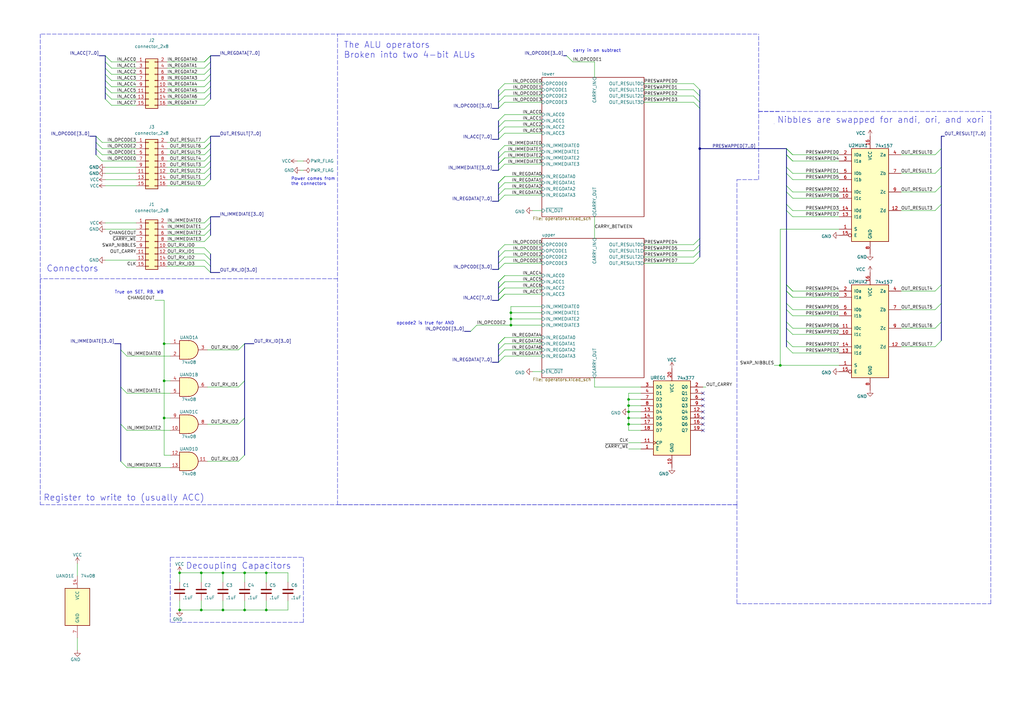
<source format=kicad_sch>
(kicad_sch (version 20211123) (generator eeschema)
  (paper "A3")
  (lib_symbols
    (symbol "74xx:74LS08" (pin_names (offset 1.016))
      (property "Reference" "U" (at 0 1.27 0))
      (property "Value" "74LS08" (at 0 -1.27 0))
      (symbol "74LS08_1_1"
        (pin input line (at -7.62 2.54 0) (length 3.81) (name "~") (number "1"))
        (pin input line (at -7.62 -2.54 0) (length 3.81) (name "~") (number "2"))
        (pin output line (at 7.62 0 180) (length 3.81) (name "~") (number "3"))
      )
      (symbol "74LS08_1_2"
        (pin input inverted (at -7.62 2.54 0) (length 4.318) (name "~") (number "1"))
        (pin input inverted (at -7.62 -2.54 0) (length 4.318) (name "~") (number "2"))
        (pin output inverted (at 7.62 0 180) (length 3.81) (name "~") (number "3"))
      )
      (symbol "74LS08_2_1"
        (pin input line (at -7.62 2.54 0) (length 3.81) (name "~") (number "4"))
        (pin input line (at -7.62 -2.54 0) (length 3.81) (name "~") (number "5"))
        (pin output line (at 7.62 0 180) (length 3.81) (name "~") (number "6"))
      )
      (symbol "74LS08_2_2"
        (pin input inverted (at -7.62 2.54 0) (length 4.318) (name "~") (number "4"))
        (pin input inverted (at -7.62 -2.54 0) (length 4.318) (name "~") (number "5"))
        (pin output inverted (at 7.62 0 180) (length 3.81) (name "~") (number "6"))
      )
      (symbol "74LS08_3_1"
        (pin input line (at -7.62 -2.54 0) (length 3.81) (name "~") (number "10"))
        (pin output line (at 7.62 0 180) (length 3.81) (name "~") (number "8"))
        (pin input line (at -7.62 2.54 0) (length 3.81) (name "~") (number "9"))
      )
      (symbol "74LS08_3_2"
        (pin input inverted (at -7.62 -2.54 0) (length 4.318) (name "~") (number "10"))
        (pin output inverted (at 7.62 0 180) (length 3.81) (name "~") (number "8"))
        (pin input inverted (at -7.62 2.54 0) (length 4.318) (name "~") (number "9"))
      )
      (symbol "74LS08_4_1"
        (pin output line (at 7.62 0 180) (length 3.81) (name "~") (number "11"))
        (pin input line (at -7.62 2.54 0) (length 3.81) (name "~") (number "12"))
        (pin input line (at -7.62 -2.54 0) (length 3.81) (name "~") (number "13"))
      )
      (symbol "74LS08_4_2"
        (pin output inverted (at 7.62 0 180) (length 3.81) (name "~") (number "11"))
        (pin input inverted (at -7.62 2.54 0) (length 4.318) (name "~") (number "12"))
        (pin input inverted (at -7.62 -2.54 0) (length 4.318) (name "~") (number "13"))
      )
      (symbol "74LS08_5_0"
        (pin power_in line (at 0 12.7 270) (length 5.08) (name "VCC") (number "14"))
        (pin power_in line (at 0 -12.7 90) (length 5.08) (name "GND") (number "7"))
      )
    )
    (symbol "74xx:74LS157" (pin_names (offset 1.016))
      (property "Reference" "U" (at -7.62 19.05 0))
      (property "Value" "74LS157" (at -7.62 -21.59 0))
      (symbol "74LS157_1_0"
        (pin input line (at -12.7 -15.24 0) (length 5.08) (name "S") (number "1"))
        (pin input line (at -12.7 -2.54 0) (length 5.08) (name "I1c") (number "10"))
        (pin input line (at -12.7 0 0) (length 5.08) (name "I0c") (number "11"))
        (pin output line (at 12.7 -7.62 180) (length 5.08) (name "Zd") (number "12"))
        (pin input line (at -12.7 -10.16 0) (length 5.08) (name "I1d") (number "13"))
        (pin input line (at -12.7 -7.62 0) (length 5.08) (name "I0d") (number "14"))
        (pin input inverted (at -12.7 -17.78 0) (length 5.08) (name "E") (number "15"))
        (pin power_in line (at 0 22.86 270) (length 5.08) (name "VCC") (number "16"))
        (pin input line (at -12.7 15.24 0) (length 5.08) (name "I0a") (number "2"))
        (pin input line (at -12.7 12.7 0) (length 5.08) (name "I1a") (number "3"))
        (pin output line (at 12.7 15.24 180) (length 5.08) (name "Za") (number "4"))
        (pin input line (at -12.7 7.62 0) (length 5.08) (name "I0b") (number "5"))
        (pin input line (at -12.7 5.08 0) (length 5.08) (name "I1b") (number "6"))
        (pin output line (at 12.7 7.62 180) (length 5.08) (name "Zb") (number "7"))
        (pin power_in line (at 0 -25.4 90) (length 5.08) (name "GND") (number "8"))
        (pin output line (at 12.7 0 180) (length 5.08) (name "Zc") (number "9"))
      )
    )
    (symbol "74xx:74LS377" (pin_names (offset 1.016))
      (property "Reference" "U" (at -7.62 16.51 0))
      (property "Value" "74LS377" (at -7.62 -16.51 0))
      (symbol "74LS377_1_0"
        (pin input line (at -12.7 -12.7 0) (length 5.08) (name "~{E}") (number "1"))
        (pin power_in line (at 0 -20.32 90) (length 5.08) (name "GND") (number "10"))
        (pin input clock (at -12.7 -10.16 0) (length 5.08) (name "CP") (number "11"))
        (pin output line (at 12.7 2.54 180) (length 5.08) (name "Q4") (number "12"))
        (pin input line (at -12.7 2.54 0) (length 5.08) (name "D4") (number "13"))
        (pin input line (at -12.7 0 0) (length 5.08) (name "D5") (number "14"))
        (pin output line (at 12.7 0 180) (length 5.08) (name "Q5") (number "15"))
        (pin output line (at 12.7 -2.54 180) (length 5.08) (name "Q6") (number "16"))
        (pin input line (at -12.7 -2.54 0) (length 5.08) (name "D6") (number "17"))
        (pin input line (at -12.7 -5.08 0) (length 5.08) (name "D7") (number "18"))
        (pin output line (at 12.7 -5.08 180) (length 5.08) (name "Q7") (number "19"))
        (pin output line (at 12.7 12.7 180) (length 5.08) (name "Q0") (number "2"))
        (pin power_in line (at 0 20.32 270) (length 5.08) (name "VCC") (number "20"))
        (pin input line (at -12.7 12.7 0) (length 5.08) (name "D0") (number "3"))
        (pin input line (at -12.7 10.16 0) (length 5.08) (name "D1") (number "4"))
        (pin output line (at 12.7 10.16 180) (length 5.08) (name "Q1") (number "5"))
        (pin output line (at 12.7 7.62 180) (length 5.08) (name "Q2") (number "6"))
        (pin input line (at -12.7 7.62 0) (length 5.08) (name "D2") (number "7"))
        (pin input line (at -12.7 5.08 0) (length 5.08) (name "D3") (number "8"))
        (pin output line (at 12.7 5.08 180) (length 5.08) (name "Q3") (number "9"))
      )
    )
    (symbol "Connector_Generic:Conn_02x08_Odd_Even" (pin_names (offset 1.016) hide)
      (property "Reference" "J" (at 1.27 10.16 0))
      (property "Value" "Conn_02x08_Odd_Even" (at 1.27 -12.7 0))
      (symbol "Conn_02x08_Odd_Even_1_1"
        (pin passive line (at -5.08 7.62 0) (length 3.81) (name "Pin_1") (number "1"))
        (pin passive line (at 7.62 -2.54 180) (length 3.81) (name "Pin_10") (number "10"))
        (pin passive line (at -5.08 -5.08 0) (length 3.81) (name "Pin_11") (number "11"))
        (pin passive line (at 7.62 -5.08 180) (length 3.81) (name "Pin_12") (number "12"))
        (pin passive line (at -5.08 -7.62 0) (length 3.81) (name "Pin_13") (number "13"))
        (pin passive line (at 7.62 -7.62 180) (length 3.81) (name "Pin_14") (number "14"))
        (pin passive line (at -5.08 -10.16 0) (length 3.81) (name "Pin_15") (number "15"))
        (pin passive line (at 7.62 -10.16 180) (length 3.81) (name "Pin_16") (number "16"))
        (pin passive line (at 7.62 7.62 180) (length 3.81) (name "Pin_2") (number "2"))
        (pin passive line (at -5.08 5.08 0) (length 3.81) (name "Pin_3") (number "3"))
        (pin passive line (at 7.62 5.08 180) (length 3.81) (name "Pin_4") (number "4"))
        (pin passive line (at -5.08 2.54 0) (length 3.81) (name "Pin_5") (number "5"))
        (pin passive line (at 7.62 2.54 180) (length 3.81) (name "Pin_6") (number "6"))
        (pin passive line (at -5.08 0 0) (length 3.81) (name "Pin_7") (number "7"))
        (pin passive line (at 7.62 0 180) (length 3.81) (name "Pin_8") (number "8"))
        (pin passive line (at -5.08 -2.54 0) (length 3.81) (name "Pin_9") (number "9"))
      )
    )
    (symbol "Device:C" (pin_numbers hide) (pin_names (offset 0.254))
      (property "Reference" "C" (at 0.635 2.54 0))
      (property "Value" "C" (at 0.635 -2.54 0))
      (symbol "C_1_1"
        (pin passive line (at 0 3.81 270) (length 2.794) (name "~") (number "1"))
        (pin passive line (at 0 -3.81 90) (length 2.794) (name "~") (number "2"))
      )
    )
    (symbol "power:GND" (power) (pin_names (offset 0))
      (property "Value" "GND" (at 0 -3.81 0))
      (symbol "GND_1_1"
        (pin power_in line (at 0 0 270) (length 0) hide (name "GND") (number "1"))
      )
    )
    (symbol "power:PWR_FLAG" (power) (pin_numbers hide) (pin_names (offset 0) hide)
      (property "Value" "PWR_FLAG" (at 0 3.81 0))
      (symbol "PWR_FLAG_0_0"
        (pin power_out line (at 0 0 90) (length 0) (name "pwr") (number "1"))
      )
    )
    (symbol "power:VCC" (power) (pin_names (offset 0))
      (property "Value" "VCC" (at 0 3.81 0))
      (symbol "VCC_1_1"
        (pin power_in line (at 0 0 90) (length 0) hide (name "VCC") (number "1"))
      )
    )
  )
  (junction (at 209.55 133.35))
  (junction (at 91.44 250.19))
  (junction (at 287.02 60.96))
  (junction (at 109.22 250.19))
  (junction (at 100.33 234.95))
  (junction (at 82.55 250.19))
  (junction (at 209.55 128.27))
  (junction (at 257.81 166.37))
  (junction (at 67.31 156.21))
  (junction (at 100.33 250.19))
  (junction (at 73.66 234.95))
  (junction (at 73.66 250.19))
  (junction (at 91.44 234.95))
  (junction (at 257.81 173.99))
  (junction (at 257.81 168.91))
  (junction (at 257.81 163.83))
  (junction (at 257.81 171.45))
  (junction (at 320.04 149.86))
  (junction (at 109.22 234.95))
  (junction (at 209.55 130.81))
  (junction (at 67.31 140.97))
  (junction (at 82.55 234.95))
  (junction (at 67.31 171.45))
  (no_connect (at 288.29 173.99))
  (no_connect (at 288.29 171.45))
  (no_connect (at 288.29 176.53))
  (no_connect (at 288.29 161.29))
  (no_connect (at 288.29 166.37))
  (no_connect (at 288.29 163.83))
  (no_connect (at 288.29 168.91))
  (bus_entry (at 86.36 22.86) (size -2.54 2.54))
  (bus_entry (at 204.47 105.41) (size 2.54 -2.54))
  (bus_entry (at 204.47 148.59) (size 2.54 -2.54))
  (bus_entry (at 204.47 143.51) (size 2.54 -2.54))
  (bus_entry (at 86.36 104.14) (size -2.54 -2.54))
  (bus_entry (at 83.82 30.48) (size 2.54 -2.54))
  (bus_entry (at 204.47 123.19) (size 2.54 -2.54))
  (bus_entry (at 322.58 71.12) (size 2.54 2.54))
  (bus_entry (at 204.47 74.93) (size 2.54 -2.54))
  (bus_entry (at 204.47 62.23) (size 2.54 -2.54))
  (bus_entry (at 86.36 55.88) (size -2.54 2.54))
  (bus_entry (at 39.37 58.42) (size 2.54 2.54))
  (bus_entry (at 83.82 35.56) (size 2.54 -2.54))
  (bus_entry (at 100.33 140.97) (size -2.54 2.54))
  (bus_entry (at 204.47 44.45) (size 2.54 -2.54))
  (bus_entry (at 43.18 38.1) (size 2.54 2.54))
  (bus_entry (at 83.82 27.94) (size 2.54 -2.54))
  (bus_entry (at 322.58 132.08) (size 2.54 2.54))
  (bus_entry (at 83.82 25.4) (size 2.54 -2.54))
  (bus_entry (at 322.58 68.58) (size 2.54 2.54))
  (bus_entry (at 86.36 106.68) (size -2.54 -2.54))
  (bus_entry (at 322.58 60.96) (size 2.54 2.54))
  (bus_entry (at 204.47 115.57) (size 2.54 -2.54))
  (bus_entry (at 322.58 63.5) (size 2.54 2.54))
  (bus_entry (at 322.58 116.84) (size 2.54 2.54))
  (bus_entry (at 287.02 36.83) (size -2.54 -2.54))
  (bus_entry (at 49.53 173.99) (size 2.54 2.54))
  (bus_entry (at 43.18 22.86) (size 2.54 2.54))
  (bus_entry (at 204.47 107.95) (size 2.54 -2.54))
  (bus_entry (at 204.47 123.19) (size 2.54 -2.54))
  (bus_entry (at 86.36 71.12) (size -2.54 2.54))
  (bus_entry (at 386.08 132.08) (size -2.54 2.54))
  (bus_entry (at 322.58 127) (size 2.54 2.54))
  (bus_entry (at 83.82 33.02) (size 2.54 -2.54))
  (bus_entry (at 386.08 139.7) (size -2.54 2.54))
  (bus_entry (at 204.47 80.01) (size 2.54 -2.54))
  (bus_entry (at 322.58 116.84) (size 2.54 2.54))
  (bus_entry (at 86.36 66.04) (size -2.54 2.54))
  (bus_entry (at 322.58 119.38) (size 2.54 2.54))
  (bus_entry (at 43.18 30.48) (size 2.54 2.54))
  (bus_entry (at 386.08 116.84) (size -2.54 2.54))
  (bus_entry (at 204.47 69.85) (size 2.54 -2.54))
  (bus_entry (at 322.58 78.74) (size 2.54 2.54))
  (bus_entry (at 204.47 120.65) (size 2.54 -2.54))
  (bus_entry (at 86.36 91.44) (size -2.54 2.54))
  (bus_entry (at 386.08 76.2) (size -2.54 2.54))
  (bus_entry (at 287.02 105.41) (size -2.54 2.54))
  (bus_entry (at 204.47 146.05) (size 2.54 -2.54))
  (bus_entry (at 204.47 118.11) (size 2.54 -2.54))
  (bus_entry (at 49.53 189.23) (size 2.54 2.54))
  (bus_entry (at 284.48 102.87) (size 2.54 -2.54))
  (bus_entry (at 287.02 41.91) (size -2.54 -2.54))
  (bus_entry (at 86.36 88.9) (size -2.54 2.54))
  (bus_entry (at 386.08 68.58) (size -2.54 2.54))
  (bus_entry (at 322.58 139.7) (size 2.54 2.54))
  (bus_entry (at 204.47 54.61) (size 2.54 -2.54))
  (bus_entry (at 204.47 115.57) (size 2.54 -2.54))
  (bus_entry (at 204.47 140.97) (size 2.54 -2.54))
  (bus_entry (at 43.18 25.4) (size 2.54 2.54))
  (bus_entry (at 39.37 63.5) (size 2.54 2.54))
  (bus_entry (at 284.48 100.33) (size 2.54 -2.54))
  (bus_entry (at 39.37 60.96) (size 2.54 2.54))
  (bus_entry (at 204.47 41.91) (size 2.54 -2.54))
  (bus_entry (at 287.02 39.37) (size -2.54 -2.54))
  (bus_entry (at 100.33 156.21) (size -2.54 2.54))
  (bus_entry (at 287.02 102.87) (size -2.54 2.54))
  (bus_entry (at 322.58 142.24) (size 2.54 2.54))
  (bus_entry (at 83.82 60.96) (size 2.54 -2.54))
  (bus_entry (at 386.08 124.46) (size -2.54 2.54))
  (bus_entry (at 49.53 158.75) (size 2.54 2.54))
  (bus_entry (at 204.47 140.97) (size 2.54 -2.54))
  (bus_entry (at 86.36 109.22) (size -2.54 -2.54))
  (bus_entry (at 204.47 102.87) (size 2.54 -2.54))
  (bus_entry (at 386.08 60.96) (size -2.54 2.54))
  (bus_entry (at 86.36 63.5) (size -2.54 2.54))
  (bus_entry (at 100.33 186.69) (size -2.54 2.54))
  (bus_entry (at 322.58 63.5) (size 2.54 2.54))
  (bus_entry (at 204.47 120.65) (size 2.54 -2.54))
  (bus_entry (at 43.18 40.64) (size 2.54 2.54))
  (bus_entry (at 322.58 83.82) (size 2.54 2.54))
  (bus_entry (at 193.04 135.89) (size 2.54 -2.54))
  (bus_entry (at 83.82 43.18) (size 2.54 -2.54))
  (bus_entry (at 204.47 67.31) (size 2.54 -2.54))
  (bus_entry (at 86.36 111.76) (size -2.54 -2.54))
  (bus_entry (at 43.18 27.94) (size 2.54 2.54))
  (bus_entry (at 43.18 33.02) (size 2.54 2.54))
  (bus_entry (at 204.47 118.11) (size 2.54 -2.54))
  (bus_entry (at 204.47 39.37) (size 2.54 -2.54))
  (bus_entry (at 287.02 44.45) (size -2.54 -2.54))
  (bus_entry (at 204.47 36.83) (size 2.54 -2.54))
  (bus_entry (at 86.36 58.42) (size -2.54 2.54))
  (bus_entry (at 204.47 64.77) (size 2.54 -2.54))
  (bus_entry (at 322.58 119.38) (size 2.54 2.54))
  (bus_entry (at 204.47 110.49) (size 2.54 -2.54))
  (bus_entry (at 86.36 93.98) (size -2.54 2.54))
  (bus_entry (at 204.47 52.07) (size 2.54 -2.54))
  (bus_entry (at 86.36 60.96) (size -2.54 2.54))
  (bus_entry (at 204.47 77.47) (size 2.54 -2.54))
  (bus_entry (at 232.41 22.86) (size 2.54 2.54))
  (bus_entry (at 322.58 76.2) (size 2.54 2.54))
  (bus_entry (at 322.58 124.46) (size 2.54 2.54))
  (bus_entry (at 204.47 82.55) (size 2.54 -2.54))
  (bus_entry (at 83.82 38.1) (size 2.54 -2.54))
  (bus_entry (at 204.47 67.31) (size 2.54 -2.54))
  (bus_entry (at 49.53 143.51) (size 2.54 2.54))
  (bus_entry (at 100.33 171.45) (size -2.54 2.54))
  (bus_entry (at 86.36 96.52) (size -2.54 2.54))
  (bus_entry (at 204.47 49.53) (size 2.54 -2.54))
  (bus_entry (at 322.58 86.36) (size 2.54 2.54))
  (bus_entry (at 86.36 73.66) (size -2.54 2.54))
  (bus_entry (at 39.37 55.88) (size 2.54 2.54))
  (bus_entry (at 86.36 68.58) (size -2.54 2.54))
  (bus_entry (at 386.08 83.82) (size -2.54 2.54))
  (bus_entry (at 204.47 57.15) (size 2.54 -2.54))
  (bus_entry (at 322.58 134.62) (size 2.54 2.54))
  (bus_entry (at 204.47 74.93) (size 2.54 -2.54))
  (bus_entry (at 43.18 35.56) (size 2.54 2.54))
  (bus_entry (at 83.82 40.64) (size 2.54 -2.54))
  (bus_entry (at 322.58 60.96) (size 2.54 2.54))
  (bus (pts (xy 90.17 88.9) (xy 86.36 88.9)))
  (wire (pts (xy 68.58 35.56) (xy 83.82 35.56)))
  (wire (pts (xy 68.58 63.5) (xy 83.82 63.5)))
  (wire (pts (xy 109.22 250.19) (xy 118.11 250.19)))
  (bus (pts (xy 86.36 33.02) (xy 86.36 35.56)))
  (bus (pts (xy 43.18 33.02) (xy 43.18 35.56)))
  (bus (pts (xy 201.93 123.19) (xy 204.47 123.19)))
  (wire (pts (xy 257.81 171.45) (xy 257.81 168.91)))
  (wire (pts (xy 68.58 33.02) (xy 83.82 33.02)))
  (wire (pts (xy 52.07 161.29) (xy 69.85 161.29)))
  (bus (pts (xy 287.02 44.45) (xy 287.02 60.96)))
  (wire (pts (xy 68.58 71.12) (xy 83.82 71.12)))
  (bus (pts (xy 86.36 60.96) (xy 86.36 63.5)))
  (wire (pts (xy 264.16 36.83) (xy 284.48 36.83)))
  (bus (pts (xy 86.36 68.58) (xy 86.36 71.12)))
  (wire (pts (xy 68.58 68.58) (xy 83.82 68.58)))
  (bus (pts (xy 204.47 39.37) (xy 204.47 41.91)))
  (bus (pts (xy 86.36 91.44) (xy 86.36 93.98)))
  (wire (pts (xy 100.33 238.76) (xy 100.33 234.95)))
  (bus (pts (xy 86.36 27.94) (xy 86.36 30.48)))
  (polyline (pts (xy 139.7 13.97) (xy 311.15 13.97)))
  (wire (pts (xy 325.12 121.92) (xy 344.17 121.92)))
  (wire (pts (xy 43.18 93.98) (xy 55.88 93.98)))
  (bus (pts (xy 204.47 74.93) (xy 204.47 77.47)))
  (wire (pts (xy 207.01 115.57) (xy 222.25 115.57)))
  (wire (pts (xy 68.58 66.04) (xy 83.82 66.04)))
  (wire (pts (xy 243.84 158.75) (xy 262.89 158.75)))
  (polyline (pts (xy 302.26 247.65) (xy 406.4 247.65)))
  (wire (pts (xy 264.16 107.95) (xy 284.48 107.95)))
  (wire (pts (xy 52.07 191.77) (xy 69.85 191.77)))
  (wire (pts (xy 207.01 34.29) (xy 222.25 34.29)))
  (wire (pts (xy 320.04 93.98) (xy 320.04 149.86)))
  (bus (pts (xy 86.36 88.9) (xy 86.36 91.44)))
  (wire (pts (xy 91.44 250.19) (xy 100.33 250.19)))
  (wire (pts (xy 85.09 173.99) (xy 97.79 173.99)))
  (wire (pts (xy 67.31 123.19) (xy 67.31 140.97)))
  (bus (pts (xy 287.02 100.33) (xy 287.02 102.87)))
  (wire (pts (xy 257.81 176.53) (xy 257.81 173.99)))
  (bus (pts (xy 201.93 44.45) (xy 204.47 44.45)))
  (bus (pts (xy 86.36 35.56) (xy 86.36 38.1)))
  (bus (pts (xy 386.08 83.82) (xy 386.08 116.84)))
  (bus (pts (xy 287.02 36.83) (xy 287.02 39.37)))
  (bus (pts (xy 204.47 123.19) (xy 204.47 120.65)))
  (wire (pts (xy 73.66 234.95) (xy 82.55 234.95)))
  (wire (pts (xy 82.55 238.76) (xy 82.55 234.95)))
  (bus (pts (xy 287.02 39.37) (xy 287.02 41.91)))
  (wire (pts (xy 41.91 63.5) (xy 55.88 63.5)))
  (bus (pts (xy 201.93 57.15) (xy 204.47 57.15)))
  (wire (pts (xy 209.55 130.81) (xy 209.55 133.35)))
  (polyline (pts (xy 311.15 73.66) (xy 311.15 13.97)))
  (wire (pts (xy 68.58 38.1) (xy 83.82 38.1)))
  (wire (pts (xy 207.01 36.83) (xy 222.25 36.83)))
  (wire (pts (xy 207.01 72.39) (xy 222.25 72.39)))
  (wire (pts (xy 43.18 91.44) (xy 55.88 91.44)))
  (wire (pts (xy 264.16 34.29) (xy 284.48 34.29)))
  (wire (pts (xy 52.07 176.53) (xy 69.85 176.53)))
  (wire (pts (xy 369.57 71.12) (xy 383.54 71.12)))
  (wire (pts (xy 45.72 38.1) (xy 55.88 38.1)))
  (wire (pts (xy 68.58 60.96) (xy 83.82 60.96)))
  (bus (pts (xy 204.47 41.91) (xy 204.47 44.45)))
  (wire (pts (xy 207.01 54.61) (xy 222.25 54.61)))
  (bus (pts (xy 86.36 30.48) (xy 86.36 33.02)))
  (wire (pts (xy 85.09 158.75) (xy 97.79 158.75)))
  (bus (pts (xy 231.14 22.86) (xy 232.41 22.86)))
  (wire (pts (xy 31.75 261.62) (xy 31.75 266.7)))
  (wire (pts (xy 207.01 107.95) (xy 222.25 107.95)))
  (wire (pts (xy 209.55 133.35) (xy 222.25 133.35)))
  (bus (pts (xy 204.47 64.77) (xy 204.47 67.31)))
  (bus (pts (xy 287.02 97.79) (xy 287.02 100.33)))
  (wire (pts (xy 257.81 171.45) (xy 262.89 171.45)))
  (wire (pts (xy 109.22 234.95) (xy 118.11 234.95)))
  (polyline (pts (xy 302.26 207.01) (xy 138.43 207.01)))
  (bus (pts (xy 204.47 62.23) (xy 204.47 64.77)))
  (bus (pts (xy 287.02 41.91) (xy 287.02 44.45)))
  (wire (pts (xy 207.01 105.41) (xy 222.25 105.41)))
  (wire (pts (xy 257.81 173.99) (xy 262.89 173.99)))
  (wire (pts (xy 83.82 96.52) (xy 68.58 96.52)))
  (wire (pts (xy 325.12 144.78) (xy 344.17 144.78)))
  (wire (pts (xy 257.81 163.83) (xy 257.81 161.29)))
  (polyline (pts (xy 302.26 73.66) (xy 311.15 73.66)))
  (wire (pts (xy 91.44 238.76) (xy 91.44 234.95)))
  (bus (pts (xy 204.47 146.05) (xy 204.47 148.59)))
  (wire (pts (xy 82.55 234.95) (xy 91.44 234.95)))
  (wire (pts (xy 325.12 66.04) (xy 344.17 66.04)))
  (bus (pts (xy 386.08 132.08) (xy 386.08 139.7)))
  (wire (pts (xy 91.44 234.95) (xy 100.33 234.95)))
  (wire (pts (xy 257.81 168.91) (xy 262.89 168.91)))
  (wire (pts (xy 41.91 58.42) (xy 55.88 58.42)))
  (bus (pts (xy 204.47 143.51) (xy 204.47 146.05)))
  (wire (pts (xy 207.01 39.37) (xy 222.25 39.37)))
  (wire (pts (xy 63.5 123.19) (xy 67.31 123.19)))
  (bus (pts (xy 86.36 71.12) (xy 86.36 73.66)))
  (wire (pts (xy 207.01 140.97) (xy 222.25 140.97)))
  (wire (pts (xy 264.16 105.41) (xy 284.48 105.41)))
  (wire (pts (xy 109.22 238.76) (xy 109.22 234.95)))
  (wire (pts (xy 207.01 74.93) (xy 222.25 74.93)))
  (wire (pts (xy 207.01 77.47) (xy 222.25 77.47)))
  (bus (pts (xy 204.47 105.41) (xy 204.47 107.95)))
  (bus (pts (xy 86.36 109.22) (xy 86.36 106.68)))
  (bus (pts (xy 204.47 120.65) (xy 204.47 118.11)))
  (wire (pts (xy 45.72 30.48) (xy 55.88 30.48)))
  (wire (pts (xy 68.58 104.14) (xy 83.82 104.14)))
  (wire (pts (xy 52.07 146.05) (xy 69.85 146.05)))
  (wire (pts (xy 45.72 27.94) (xy 55.88 27.94)))
  (bus (pts (xy 322.58 139.7) (xy 322.58 142.24)))
  (wire (pts (xy 369.57 119.38) (xy 383.54 119.38)))
  (bus (pts (xy 86.36 25.4) (xy 86.36 27.94)))
  (polyline (pts (xy 124.46 255.27) (xy 69.85 255.27)))
  (wire (pts (xy 289.56 158.75) (xy 288.29 158.75)))
  (polyline (pts (xy 16.51 13.97) (xy 16.51 142.24)))
  (polyline (pts (xy 138.43 207.01) (xy 302.26 207.01)))
  (wire (pts (xy 207.01 118.11) (xy 222.25 118.11)))
  (wire (pts (xy 118.11 250.19) (xy 118.11 246.38)))
  (wire (pts (xy 43.18 76.2) (xy 55.88 76.2)))
  (wire (pts (xy 100.33 234.95) (xy 109.22 234.95)))
  (bus (pts (xy 204.47 107.95) (xy 204.47 110.49)))
  (wire (pts (xy 100.33 250.19) (xy 109.22 250.19)))
  (wire (pts (xy 325.12 78.74) (xy 344.17 78.74)))
  (wire (pts (xy 109.22 250.19) (xy 109.22 246.38)))
  (wire (pts (xy 68.58 30.48) (xy 83.82 30.48)))
  (wire (pts (xy 209.55 125.73) (xy 222.25 125.73)))
  (wire (pts (xy 41.91 66.04) (xy 55.88 66.04)))
  (polyline (pts (xy 311.15 45.72) (xy 406.4 45.72)))
  (wire (pts (xy 369.57 127) (xy 383.54 127)))
  (wire (pts (xy 207.01 113.03) (xy 222.25 113.03)))
  (polyline (pts (xy 69.85 228.6) (xy 124.46 228.6)))
  (wire (pts (xy 325.12 137.16) (xy 344.17 137.16)))
  (wire (pts (xy 207.01 100.33) (xy 222.25 100.33)))
  (wire (pts (xy 325.12 127) (xy 344.17 127)))
  (wire (pts (xy 383.54 142.24) (xy 369.57 142.24)))
  (bus (pts (xy 322.58 76.2) (xy 322.58 78.74)))
  (bus (pts (xy 49.53 173.99) (xy 49.53 189.23)))
  (wire (pts (xy 68.58 101.6) (xy 83.82 101.6)))
  (wire (pts (xy 207.01 46.99) (xy 222.25 46.99)))
  (wire (pts (xy 69.85 186.69) (xy 67.31 186.69)))
  (wire (pts (xy 369.57 86.36) (xy 383.54 86.36)))
  (polyline (pts (xy 138.43 207.01) (xy 138.43 13.97)))
  (bus (pts (xy 86.36 63.5) (xy 86.36 66.04)))
  (wire (pts (xy 67.31 156.21) (xy 67.31 171.45)))
  (bus (pts (xy 90.17 22.86) (xy 86.36 22.86)))
  (wire (pts (xy 369.57 134.62) (xy 383.54 134.62)))
  (wire (pts (xy 68.58 43.18) (xy 83.82 43.18)))
  (bus (pts (xy 39.37 55.88) (xy 39.37 58.42)))
  (wire (pts (xy 43.18 68.58) (xy 55.88 68.58)))
  (wire (pts (xy 209.55 128.27) (xy 209.55 130.81)))
  (wire (pts (xy 257.81 161.29) (xy 262.89 161.29)))
  (bus (pts (xy 287.02 60.96) (xy 322.58 60.96)))
  (polyline (pts (xy 302.26 207.01) (xy 302.26 247.65)))
  (polyline (pts (xy 16.51 207.01) (xy 138.43 207.01)))
  (wire (pts (xy 243.84 25.4) (xy 243.84 31.75)))
  (wire (pts (xy 243.84 88.9) (xy 243.84 97.79)))
  (bus (pts (xy 46.99 140.97) (xy 49.53 140.97)))
  (bus (pts (xy 204.47 54.61) (xy 204.47 52.07)))
  (wire (pts (xy 369.57 63.5) (xy 383.54 63.5)))
  (bus (pts (xy 43.18 25.4) (xy 43.18 27.94)))
  (wire (pts (xy 68.58 58.42) (xy 83.82 58.42)))
  (wire (pts (xy 67.31 140.97) (xy 67.31 156.21)))
  (wire (pts (xy 207.01 143.51) (xy 222.25 143.51)))
  (wire (pts (xy 207.01 62.23) (xy 222.25 62.23)))
  (wire (pts (xy 209.55 125.73) (xy 209.55 128.27)))
  (wire (pts (xy 31.75 231.14) (xy 31.75 236.22)))
  (bus (pts (xy 322.58 68.58) (xy 322.58 71.12)))
  (wire (pts (xy 83.82 93.98) (xy 68.58 93.98)))
  (wire (pts (xy 195.58 133.35) (xy 209.55 133.35)))
  (bus (pts (xy 322.58 132.08) (xy 322.58 134.62)))
  (wire (pts (xy 43.18 106.68) (xy 55.88 106.68)))
  (wire (pts (xy 264.16 39.37) (xy 284.48 39.37)))
  (bus (pts (xy 43.18 35.56) (xy 43.18 38.1)))
  (wire (pts (xy 207.01 146.05) (xy 222.25 146.05)))
  (wire (pts (xy 325.12 142.24) (xy 344.17 142.24)))
  (wire (pts (xy 320.04 149.86) (xy 344.17 149.86)))
  (bus (pts (xy 322.58 71.12) (xy 322.58 76.2)))
  (bus (pts (xy 204.47 80.01) (xy 204.47 82.55)))
  (bus (pts (xy 287.02 102.87) (xy 287.02 105.41)))
  (bus (pts (xy 201.93 148.59) (xy 204.47 148.59)))
  (wire (pts (xy 325.12 81.28) (xy 344.17 81.28)))
  (wire (pts (xy 91.44 250.19) (xy 91.44 246.38)))
  (wire (pts (xy 67.31 156.21) (xy 69.85 156.21)))
  (wire (pts (xy 264.16 102.87) (xy 284.48 102.87)))
  (bus (pts (xy 322.58 60.96) (xy 322.58 63.5)))
  (bus (pts (xy 201.93 82.55) (xy 204.47 82.55)))
  (wire (pts (xy 257.81 181.61) (xy 262.89 181.61)))
  (wire (pts (xy 325.12 73.66) (xy 344.17 73.66)))
  (bus (pts (xy 322.58 127) (xy 322.58 132.08)))
  (bus (pts (xy 322.58 63.5) (xy 322.58 68.58)))
  (wire (pts (xy 207.01 67.31) (xy 222.25 67.31)))
  (bus (pts (xy 86.36 55.88) (xy 90.17 55.88)))
  (wire (pts (xy 325.12 86.36) (xy 344.17 86.36)))
  (bus (pts (xy 322.58 124.46) (xy 322.58 127)))
  (wire (pts (xy 207.01 64.77) (xy 222.25 64.77)))
  (bus (pts (xy 90.17 111.76) (xy 86.36 111.76)))
  (wire (pts (xy 73.66 250.19) (xy 73.66 246.38)))
  (wire (pts (xy 118.11 238.76) (xy 118.11 234.95)))
  (bus (pts (xy 86.36 58.42) (xy 86.36 60.96)))
  (bus (pts (xy 204.47 102.87) (xy 204.47 105.41)))
  (wire (pts (xy 243.84 154.94) (xy 243.84 158.75)))
  (bus (pts (xy 201.93 69.85) (xy 204.47 69.85)))
  (polyline (pts (xy 138.43 114.3) (xy 16.51 114.3)))
  (bus (pts (xy 86.36 38.1) (xy 86.36 40.64)))
  (bus (pts (xy 86.36 66.04) (xy 86.36 68.58)))
  (wire (pts (xy 325.12 134.62) (xy 344.17 134.62)))
  (bus (pts (xy 39.37 60.96) (xy 39.37 63.5)))
  (bus (pts (xy 386.08 55.88) (xy 387.35 55.88)))
  (wire (pts (xy 207.01 52.07) (xy 222.25 52.07)))
  (bus (pts (xy 204.47 57.15) (xy 204.47 54.61)))
  (bus (pts (xy 43.18 27.94) (xy 43.18 30.48)))
  (wire (pts (xy 257.81 184.15) (xy 262.89 184.15)))
  (wire (pts (xy 68.58 76.2) (xy 83.82 76.2)))
  (wire (pts (xy 218.44 86.36) (xy 222.25 86.36)))
  (wire (pts (xy 207.01 102.87) (xy 222.25 102.87)))
  (bus (pts (xy 322.58 134.62) (xy 322.58 139.7)))
  (wire (pts (xy 83.82 99.06) (xy 68.58 99.06)))
  (wire (pts (xy 325.12 119.38) (xy 344.17 119.38)))
  (wire (pts (xy 207.01 120.65) (xy 222.25 120.65)))
  (polyline (pts (xy 16.51 114.3) (xy 16.51 207.01)))
  (wire (pts (xy 325.12 129.54) (xy 344.17 129.54)))
  (wire (pts (xy 45.72 43.18) (xy 55.88 43.18)))
  (bus (pts (xy 36.83 55.88) (xy 39.37 55.88)))
  (wire (pts (xy 68.58 106.68) (xy 83.82 106.68)))
  (wire (pts (xy 257.81 173.99) (xy 257.81 171.45)))
  (polyline (pts (xy 139.7 13.97) (xy 16.51 13.97)))
  (wire (pts (xy 43.18 71.12) (xy 55.88 71.12)))
  (wire (pts (xy 45.72 33.02) (xy 55.88 33.02)))
  (wire (pts (xy 68.58 27.94) (xy 83.82 27.94)))
  (wire (pts (xy 73.66 250.19) (xy 82.55 250.19)))
  (bus (pts (xy 100.33 156.21) (xy 100.33 171.45)))
  (bus (pts (xy 43.18 22.86) (xy 43.18 25.4)))
  (bus (pts (xy 386.08 55.88) (xy 386.08 60.96)))
  (bus (pts (xy 204.47 52.07) (xy 204.47 49.53)))
  (bus (pts (xy 86.36 55.88) (xy 86.36 58.42)))
  (bus (pts (xy 322.58 86.36) (xy 322.58 116.84)))
  (wire (pts (xy 43.18 73.66) (xy 55.88 73.66)))
  (wire (pts (xy 45.72 35.56) (xy 55.88 35.56)))
  (bus (pts (xy 386.08 76.2) (xy 386.08 83.82)))
  (bus (pts (xy 100.33 140.97) (xy 100.33 156.21)))
  (polyline (pts (xy 317.5 50.8) (xy 317.5 50.8)))
  (wire (pts (xy 67.31 171.45) (xy 69.85 171.45)))
  (wire (pts (xy 123.19 69.85) (xy 124.46 69.85)))
  (wire (pts (xy 257.81 168.91) (xy 257.81 166.37)))
  (wire (pts (xy 121.92 66.04) (xy 124.46 66.04)))
  (wire (pts (xy 207.01 138.43) (xy 222.25 138.43)))
  (wire (pts (xy 325.12 63.5) (xy 344.17 63.5)))
  (wire (pts (xy 320.04 149.86) (xy 317.5 149.86)))
  (bus (pts (xy 39.37 58.42) (xy 39.37 60.96)))
  (bus (pts (xy 322.58 119.38) (xy 322.58 124.46)))
  (bus (pts (xy 322.58 78.74) (xy 322.58 83.82)))
  (wire (pts (xy 209.55 128.27) (xy 222.25 128.27)))
  (wire (pts (xy 207.01 80.01) (xy 222.25 80.01)))
  (wire (pts (xy 234.95 25.4) (xy 243.84 25.4)))
  (wire (pts (xy 218.44 152.4) (xy 222.25 152.4)))
  (wire (pts (xy 257.81 166.37) (xy 257.81 163.83)))
  (bus (pts (xy 43.18 38.1) (xy 43.18 40.64)))
  (bus (pts (xy 43.18 30.48) (xy 43.18 33.02)))
  (bus (pts (xy 204.47 36.83) (xy 204.47 39.37)))
  (wire (pts (xy 67.31 140.97) (xy 69.85 140.97)))
  (bus (pts (xy 86.36 106.68) (xy 86.36 104.14)))
  (wire (pts (xy 68.58 91.44) (xy 83.82 91.44)))
  (wire (pts (xy 264.16 41.91) (xy 284.48 41.91)))
  (bus (pts (xy 287.02 60.96) (xy 287.02 97.79)))
  (bus (pts (xy 386.08 116.84) (xy 386.08 124.46)))
  (bus (pts (xy 386.08 60.96) (xy 386.08 68.58)))
  (bus (pts (xy 86.36 22.86) (xy 86.36 25.4)))
  (wire (pts (xy 68.58 40.64) (xy 83.82 40.64)))
  (bus (pts (xy 49.53 158.75) (xy 49.53 173.99)))
  (bus (pts (xy 386.08 68.58) (xy 386.08 76.2)))
  (wire (pts (xy 41.91 60.96) (xy 55.88 60.96)))
  (polyline (pts (xy 69.85 228.6) (xy 69.85 255.27)))
  (wire (pts (xy 73.66 238.76) (xy 73.66 234.95)))
  (wire (pts (xy 325.12 88.9) (xy 344.17 88.9)))
  (wire (pts (xy 257.81 166.37) (xy 262.89 166.37)))
  (wire (pts (xy 369.57 78.74) (xy 383.54 78.74)))
  (bus (pts (xy 204.47 77.47) (xy 204.47 80.01)))
  (wire (pts (xy 264.16 100.33) (xy 284.48 100.33)))
  (wire (pts (xy 207.01 49.53) (xy 222.25 49.53)))
  (wire (pts (xy 320.04 93.98) (xy 344.17 93.98)))
  (wire (pts (xy 68.58 73.66) (xy 83.82 73.66)))
  (wire (pts (xy 325.12 71.12) (xy 344.17 71.12)))
  (polyline (pts (xy 311.15 45.72) (xy 320.04 45.72)))
  (bus (pts (xy 86.36 111.76) (xy 86.36 109.22)))
  (bus (pts (xy 204.47 118.11) (xy 204.47 115.57)))
  (bus (pts (xy 386.08 124.46) (xy 386.08 132.08)))
  (wire (pts (xy 85.09 189.23) (xy 97.79 189.23)))
  (wire (pts (xy 68.58 109.22) (xy 83.82 109.22)))
  (wire (pts (xy 82.55 250.19) (xy 91.44 250.19)))
  (bus (pts (xy 204.47 67.31) (xy 204.47 69.85)))
  (bus (pts (xy 86.36 93.98) (xy 86.36 96.52)))
  (bus (pts (xy 322.58 83.82) (xy 322.58 86.36)))
  (bus (pts (xy 201.93 110.49) (xy 204.47 110.49)))
  (wire (pts (xy 207.01 41.91) (xy 222.25 41.91)))
  (bus (pts (xy 40.64 22.86) (xy 43.18 22.86)))
  (wire (pts (xy 209.55 130.81) (xy 222.25 130.81)))
  (bus (pts (xy 49.53 143.51) (xy 49.53 158.75)))
  (bus (pts (xy 104.14 140.97) (xy 100.33 140.97)))
  (wire (pts (xy 45.72 25.4) (xy 55.88 25.4)))
  (wire (pts (xy 85.09 143.51) (xy 97.79 143.51)))
  (polyline (pts (xy 124.46 228.6) (xy 124.46 255.27)))
  (bus (pts (xy 49.53 140.97) (xy 49.53 143.51)))
  (bus (pts (xy 204.47 140.97) (xy 204.47 143.51)))
  (wire (pts (xy 207.01 59.69) (xy 222.25 59.69)))
  (wire (pts (xy 100.33 250.19) (xy 100.33 246.38)))
  (wire (pts (xy 257.81 163.83) (xy 262.89 163.83)))
  (wire (pts (xy 82.55 250.19) (xy 82.55 246.38)))
  (wire (pts (xy 257.81 176.53) (xy 262.89 176.53)))
  (bus (pts (xy 193.04 135.89) (xy 190.5 135.89)))
  (bus (pts (xy 100.33 171.45) (xy 100.33 186.69)))
  (polyline (pts (xy 302.26 207.01) (xy 302.26 73.66)))
  (wire (pts (xy 67.31 171.45) (xy 67.31 186.69)))
  (wire (pts (xy 68.58 25.4) (xy 83.82 25.4)))
  (bus (pts (xy 322.58 116.84) (xy 322.58 119.38)))
  (polyline (pts (xy 406.4 247.65) (xy 406.4 45.72)))
  (wire (pts (xy 45.72 40.64) (xy 55.88 40.64)))
  (text "The ALU operators\nBroken into two 4-bit ALUs" (at 140.97 24.13 0) (effects (font (size 2.54 2.54)) (justify left bottom)))
  (text "True on SET, RB, WB" (at 46.99 120.65 0) (effects (font (size 1.27 1.27)) (justify left bottom)))
  (text "carry in on subtract" (at 234.95 21.59 0) (effects (font (size 1.27 1.27)) (justify left bottom)))
  (text "Nibbles are swapped for andi, ori, and xori" (at 318.77 50.8 0) (effects (font (size 2.54 2.54)) (justify left bottom)))
  (text "Register to write to (usually ACC)" (at 17.78 205.74 0) (effects (font (size 2.54 2.54)) (justify left bottom)))
  (text "Decoupling Capacitors" (at 76.2 233.68 0) (effects (font (size 2.54 2.54)) (justify left bottom)))
  (text "Connectors" (at 19.05 111.76 0) (effects (font (size 2.54 2.54)) (justify left bottom)))
  (text "opcode2 is true for AND" (at 162.56 133.35 0) (effects (font (size 1.27 1.27)) (justify left bottom)))
  (text "Power comes from\nthe connectors" (at 119.38 76.2 0) (effects (font (size 1.27 1.27)) (justify left bottom)))
  (label "OUT_RESULT1" (at 82.55 73.66 180))
  (label "PRESWAPPED0" (at 344.17 121.92 180))
  (label "IN_OPCODE2" (at 195.58 133.35 0))
  (label "IN_OPCODE[3..0]" (at 201.93 110.49 180))
  (label "IN_ACC[7..0]" (at 201.93 57.15 180))
  (label "OUT_RESULT0" (at 82.55 76.2 180))
  (label "IN_ACC5" (at 222.25 115.57 180))
  (label "IN_REGDATA3" (at 68.58 33.02 0))
  (label "OUT_RX_ID[3..0]" (at 90.17 111.76 0))
  (label "IN_ACC3" (at 55.88 33.02 180))
  (label "~{CARRY_WE}" (at 257.81 184.15 180))
  (label "PRESWAPPED5" (at 344.17 127 180))
  (label "OUT_RX_ID2" (at 97.79 173.99 180))
  (label "PRESWAPPED7" (at 344.17 142.24 180))
  (label "IN_REGDATA[7..0]" (at 90.17 22.86 0))
  (label "IN_REGDATA2" (at 68.58 30.48 0))
  (label "IN_REGDATA6" (at 222.25 143.51 180))
  (label "CHANGEOUT" (at 63.5 123.19 180))
  (label "IN_REGDATA0" (at 222.25 72.39 180))
  (label "IN_ACC[7..0]" (at 40.64 22.86 180))
  (label "OUT_RX_ID2" (at 68.58 106.68 0))
  (label "OUT_RX_ID0" (at 68.58 101.6 0))
  (label "IN_ACC2" (at 55.88 30.48 180))
  (label "SWAP_NIBBLES" (at 317.5 149.86 180))
  (label "IN_ACC2" (at 222.25 52.07 180))
  (label "IN_OPCODE2" (at 55.88 60.96 180))
  (label "IN_IMMEDIATE[3..0]" (at 90.17 88.9 0))
  (label "IN_IMMEDIATE1" (at 68.58 93.98 0))
  (label "CARRY_BETWEEN" (at 243.84 93.98 0))
  (label "PRESWAPPED[7..0]" (at 292.1 60.96 0))
  (label "PRESWAPPED4" (at 264.16 100.33 0))
  (label "OUT_RX_ID0" (at 97.79 143.51 180))
  (label "IN_OPCODE[3..0]" (at 231.14 22.86 180))
  (label "PRESWAPPED0" (at 344.17 63.5 180))
  (label "PRESWAPPED6" (at 344.17 134.62 180))
  (label "IN_REGDATA5" (at 68.58 38.1 0))
  (label "PRESWAPPED2" (at 344.17 78.74 180))
  (label "PRESWAPPED1" (at 264.16 36.83 0))
  (label "IN_ACC5" (at 55.88 38.1 180))
  (label "OUT_RESULT7" (at 369.57 142.24 0))
  (label "IN_REGDATA0" (at 68.58 25.4 0))
  (label "IN_IMMEDIATE0" (at 68.58 91.44 0))
  (label "IN_ACC7" (at 55.88 43.18 180))
  (label "PRESWAPPED7" (at 344.17 88.9 180))
  (label "IN_ACC3" (at 222.25 54.61 180))
  (label "IN_OPCODE1" (at 234.95 25.4 0))
  (label "OUT_RESULT2" (at 369.57 78.74 0))
  (label "OUT_RESULT3" (at 369.57 86.36 0))
  (label "IN_OPCODE3" (at 222.25 41.91 180))
  (label "IN_IMMEDIATE2" (at 52.07 176.53 0))
  (label "IN_REGDATA2" (at 222.25 77.47 180))
  (label "IN_ACC4" (at 222.25 113.03 180))
  (label "PRESWAPPED2" (at 264.16 39.37 0))
  (label "IN_ACC1" (at 55.88 27.94 180))
  (label "IN_IMMEDIATE3" (at 222.25 67.31 180))
  (label "OUT_RX_ID1" (at 97.79 158.75 180))
  (label "IN_REGDATA[7..0]" (at 201.93 148.59 180))
  (label "OUT_RESULT1" (at 369.57 71.12 0))
  (label "IN_OPCODE1" (at 55.88 63.5 180))
  (label "OUT_RESULT3" (at 82.55 68.58 180))
  (label "OUT_CARRY" (at 289.56 158.75 0))
  (label "OUT_RESULT4" (at 82.55 66.04 180))
  (label "IN_REGDATA1" (at 222.25 74.93 180))
  (label "OUT_RX_ID[3..0]" (at 104.14 140.97 0))
  (label "OUT_RESULT5" (at 369.57 127 0))
  (label "IN_REGDATA4" (at 222.25 138.43 180))
  (label "PRESWAPPED7" (at 264.16 107.95 0))
  (label "IN_REGDATA7" (at 68.58 43.18 0))
  (label "IN_OPCODE2" (at 222.25 105.41 180))
  (label "IN_OPCODE[3..0]" (at 201.93 44.45 180))
  (label "CLK" (at 257.81 181.61 180))
  (label "IN_IMMEDIATE0" (at 222.25 59.69 180))
  (label "IN_REGDATA[7..0]" (at 201.93 82.55 180))
  (label "OUT_RESULT6" (at 82.55 60.96 180))
  (label "PRESWAPPED2" (at 344.17 137.16 180))
  (label "OUT_RX_ID3" (at 97.79 189.23 180))
  (label "IN_OPCODE3" (at 55.88 58.42 180))
  (label "IN_ACC0" (at 55.88 25.4 180))
  (label "IN_REGDATA7" (at 222.25 146.05 180))
  (label "IN_OPCODE0" (at 222.25 100.33 180))
  (label "IN_OPCODE0" (at 222.25 34.29 180))
  (label "IN_IMMEDIATE1" (at 222.25 62.23 180))
  (label "IN_REGDATA6" (at 68.58 40.64 0))
  (label "OUT_RESULT6" (at 369.57 134.62 0))
  (label "OUT_RESULT5" (at 82.55 63.5 180))
  (label "IN_OPCODE[3..0]" (at 36.83 55.88 180))
  (label "PRESWAPPED5" (at 264.16 102.87 0))
  (label "IN_ACC0" (at 222.25 46.99 180))
  (label "~{CARRY_WE}" (at 55.88 99.06 180))
  (label "IN_IMMEDIATE[3..0]" (at 201.93 69.85 180))
  (label "OUT_RX_ID1" (at 68.58 104.14 0))
  (label "IN_IMMEDIATE1" (at 52.07 161.29 0))
  (label "IN_REGDATA3" (at 222.25 80.01 180))
  (label "IN_REGDATA4" (at 68.58 35.56 0))
  (label "PRESWAPPED6" (at 344.17 81.28 180))
  (label "PRESWAPPED3" (at 344.17 144.78 180))
  (label "PRESWAPPED6" (at 264.16 105.41 0))
  (label "OUT_RESULT2" (at 82.55 71.12 180))
  (label "OUT_CARRY" (at 55.88 104.14 180))
  (label "CLK" (at 55.88 109.22 180))
  (label "IN_IMMEDIATE2" (at 222.25 64.77 180))
  (label "OUT_RESULT7" (at 82.55 58.42 180))
  (label "PRESWAPPED4" (at 344.17 119.38 180))
  (label "OUT_RESULT[7..0]" (at 90.17 55.88 0))
  (label "IN_REGDATA5" (at 222.25 140.97 180))
  (label "PRESWAPPED3" (at 264.16 41.91 0))
  (label "IN_OPCODE0" (at 55.88 66.04 180))
  (label "IN_ACC6" (at 222.25 118.11 180))
  (label "IN_OPCODE1" (at 222.25 102.87 180))
  (label "PRESWAPPED4" (at 344.17 66.04 180))
  (label "IN_ACC[7..0]" (at 201.93 123.19 180))
  (label "IN_ACC7" (at 222.25 120.65 180))
  (label "IN_IMMEDIATE[3..0]" (at 46.99 140.97 180))
  (label "PRESWAPPED0" (at 264.16 34.29 0))
  (label "IN_ACC6" (at 55.88 40.64 180))
  (label "OUT_RESULT[7..0]" (at 387.35 55.88 0))
  (label "PRESWAPPED3" (at 344.17 86.36 180))
  (label "IN_IMMEDIATE0" (at 52.07 146.05 0))
  (label "OUT_RESULT4" (at 369.57 119.38 0))
  (label "IN_ACC1" (at 222.25 49.53 180))
  (label "IN_OPCODE1" (at 222.25 36.83 180))
  (label "PRESWAPPED1" (at 344.17 129.54 180))
  (label "IN_OPCODE[3..0]" (at 190.5 135.89 180))
  (label "IN_IMMEDIATE3" (at 52.07 191.77 0))
  (label "SWAP_NIBBLES" (at 55.88 101.6 180))
  (label "IN_OPCODE2" (at 222.25 39.37 180))
  (label "PRESWAPPED1" (at 344.17 71.12 180))
  (label "PRESWAPPED5" (at 344.17 73.66 180))
  (label "IN_ACC4" (at 55.88 35.56 180))
  (label "IN_REGDATA1" (at 68.58 27.94 0))
  (label "IN_IMMEDIATE2" (at 68.58 96.52 0))
  (label "OUT_RX_ID3" (at 68.58 109.22 0))
  (label "CHANGEOUT" (at 55.88 96.52 180))
  (label "OUT_RESULT0" (at 369.57 63.5 0))
  (label "IN_IMMEDIATE3" (at 68.58 99.06 0))
  (label "IN_OPCODE3" (at 222.25 107.95 180))
  (symbol (lib_id "power:VCC") (at 275.59 151.13 0) (unit 1)
    (property "Reference" "#PWR020" (effects hide))
    (property "Value" "VCC" (at 275.59 147.5542 0))
  )
  (symbol (lib_id "power:GND") (at 73.66 250.19 0) (unit 1)
    (property "Reference" "#PWR015" (effects hide))
    (property "Value" "GND" (at 74.93 254 0) (effects (justify right)))
  )
  (symbol (lib_id "power:GND") (at 344.17 96.52 270) (unit 1)
    (property "Reference" "#PWR024" (effects hide))
    (property "Value" "GND" (at 340.9951 96.9538 90) (effects (justify right)))
  )
  (symbol (lib_id "power:VCC") (at 43.18 76.2 90) (unit 1)
    (property "Reference" "#PWR0103" (effects hide))
    (property "Value" "VCC" (at 36.83 76.2 90) (effects (justify right)))
  )
  (symbol (lib_id "power:PWR_FLAG") (at 124.46 69.85 270) (unit 1)
    (property "Reference" "#FLG0102" (effects hide))
    (property "Value" "PWR_FLAG" (at 132.08 69.85 90))
  )
  (symbol (lib_id "power:GND") (at 257.81 168.91 270) (unit 1)
    (property "Reference" "#PWR019" (effects hide))
    (property "Value" "GND" (at 254.6351 169.3438 90) (effects (justify right)))
  )
  (symbol (lib_id "Device:C") (at 82.55 242.57 0) (unit 1)
    (property "Reference" "C2" (at 83.82 240.03 0) (effects (justify left)))
    (property "Value" ".1uF" (at 83.82 245.11 0) (effects (justify left)))
    (property "Footprint" "Capacitor_SMD:C_1206_3216Metric_Pad1.33x1.80mm_HandSolder" (effects hide))
    (property "stock" "200" (effects hide))
  )
  (symbol (lib_id "Device:C") (at 91.44 242.57 0) (unit 1)
    (property "Reference" "C3" (at 92.71 240.03 0) (effects (justify left)))
    (property "Value" ".1uF" (at 92.71 245.11 0) (effects (justify left)))
    (property "Footprint" "Capacitor_SMD:C_1206_3216Metric_Pad1.33x1.80mm_HandSolder" (effects hide))
    (property "stock" "200" (effects hide))
  )
  (symbol (lib_id "power:GND") (at 123.19 69.85 270) (unit 1)
    (property "Reference" "#PWR0102" (effects hide))
    (property "Value" "GND" (at 120.65 69.85 90) (effects (justify right)))
  )
  (symbol (lib_id "Connector_Generic:Conn_02x08_Odd_Even") (at 60.96 33.02 0) (unit 1)
    (property "Reference" "J2" (at 62.23 16.51 0))
    (property "Value" "connector_2x8" (at 62.23 19.05 0))
    (property "Footprint" "Connector_PinHeader_2.54mm:PinHeader_2x08_P2.54mm_Horizontal" (effects hide))
    (property "stock" "12" (effects hide))
  )
  (symbol (lib_id "power:GND") (at 43.18 106.68 270) (unit 1)
    (property "Reference" "#PWR?" (effects hide))
    (property "Value" "GND" (at 40.64 106.68 90) (effects (justify right)))
  )
  (symbol (lib_id "power:GND") (at 344.17 152.4 270) (unit 1)
    (property "Reference" "#PWR025" (effects hide))
    (property "Value" "GND" (at 340.9951 152.8338 90) (effects (justify right)))
  )
  (symbol (lib_id "power:VCC") (at 43.18 73.66 90) (unit 1)
    (property "Reference" "#PWR0109" (effects hide))
    (property "Value" "VCC" (at 36.83 73.66 90) (effects (justify right)))
  )
  (symbol (lib_id "power:GND") (at 356.87 160.02 0) (unit 1)
    (property "Reference" "#PWR029" (effects hide))
    (property "Value" "GND" (at 355.6 162.56 0) (effects (justify right)))
  )
  (symbol (lib_id "power:VCC") (at 31.75 231.14 0) (unit 1)
    (property "Reference" "#PWR012" (effects hide))
    (property "Value" "VCC" (at 31.75 227.5642 0))
  )
  (symbol (lib_id "power:PWR_FLAG") (at 124.46 66.04 270) (mirror x) (unit 1)
    (property "Reference" "#FLG0101" (effects hide))
    (property "Value" "PWR_FLAG" (at 132.08 66.04 90))
  )
  (symbol (lib_id "Device:C") (at 118.11 242.57 0) (unit 1)
    (property "Reference" "C6" (at 119.38 240.03 0) (effects (justify left)))
    (property "Value" ".1uF" (at 119.38 245.11 0) (effects (justify left)))
    (property "Footprint" "Capacitor_SMD:C_1206_3216Metric_Pad1.33x1.80mm_HandSolder" (effects hide))
    (property "stock" "200" (effects hide))
  )
  (symbol (lib_id "74xx:74LS08") (at 77.47 143.51 0) (unit 1)
    (property "Reference" "UAND1" (at 77.47 138.43 0))
    (property "Value" "74x08" (at 77.47 148.59 0))
    (property "Footprint" "000custom:D_R-PDSO-G14" (effects hide))
    (property "Datasheet" "https://www.ti.com/lit/ds/symlink/sn74ahc08.pdf" (effects hide))
    (property "stock" "0" (effects hide))
    (property "to buy" "20" (effects hide))
  )
  (symbol (lib_id "power:GND") (at 218.44 152.4 270) (unit 1)
    (property "Reference" "#PWR0112" (effects hide))
    (property "Value" "GND" (at 215.2651 152.8338 90) (effects (justify right)))
  )
  (symbol (lib_id "74xx:74LS08") (at 31.75 248.92 0) (unit 5)
    (property "Reference" "UAND1" (at 22.86 236.22 0) (effects (justify left)))
    (property "Value" "74x08" (at 33.02 236.22 0) (effects (justify left)))
    (property "Footprint" "000custom:D_R-PDSO-G14" (effects hide))
    (property "Datasheet" "https://www.ti.com/lit/ds/symlink/sn74ahc08.pdf" (effects hide))
    (property "stock" "0" (effects hide))
    (property "to buy" "20" (effects hide))
  )
  (symbol (lib_id "Device:C") (at 109.22 242.57 0) (unit 1)
    (property "Reference" "C5" (at 110.49 240.03 0) (effects (justify left)))
    (property "Value" ".1uF" (at 110.49 245.11 0) (effects (justify left)))
    (property "Footprint" "Capacitor_SMD:C_1206_3216Metric_Pad1.33x1.80mm_HandSolder" (effects hide))
    (property "stock" "200" (effects hide))
  )
  (symbol (lib_id "power:VCC") (at 356.87 55.88 0) (unit 1)
    (property "Reference" "#PWR026" (effects hide))
    (property "Value" "VCC" (at 353.06 54.61 0))
  )
  (symbol (lib_id "power:GND") (at 43.18 93.98 270) (unit 1)
    (property "Reference" "#PWR0104" (effects hide))
    (property "Value" "GND" (at 40.64 93.98 90) (effects (justify right)))
  )
  (symbol (lib_id "Connector_Generic:Conn_02x08_Odd_Even") (at 60.96 66.04 0) (unit 1)
    (property "Reference" "J3" (at 62.23 52.07 0))
    (property "Value" "connector_2x8" (at 62.23 54.61 0))
    (property "Footprint" "Connector_PinHeader_2.54mm:PinHeader_2x08_P2.54mm_Horizontal" (effects hide))
    (property "stock" "12" (effects hide))
  )
  (symbol (lib_id "power:VCC") (at 43.18 91.44 90) (mirror x) (unit 1)
    (property "Reference" "#PWR0106" (effects hide))
    (property "Value" "VCC" (at 36.83 91.44 90) (effects (justify right)))
  )
  (symbol (lib_id "power:GND") (at 43.18 68.58 270) (mirror x) (unit 1)
    (property "Reference" "#PWR0107" (effects hide))
    (property "Value" "GND" (at 40.64 68.58 90) (effects (justify right)))
  )
  (symbol (lib_id "Device:C") (at 100.33 242.57 0) (unit 1)
    (property "Reference" "C4" (at 101.6 240.03 0) (effects (justify left)))
    (property "Value" ".1uF" (at 101.6 245.11 0) (effects (justify left)))
    (property "Footprint" "Capacitor_SMD:C_1206_3216Metric_Pad1.33x1.80mm_HandSolder" (effects hide))
    (property "stock" "200" (effects hide))
  )
  (symbol (lib_id "74xx:74LS377") (at 275.59 171.45 0) (unit 1)
    (property "Reference" "UREG1" (at 266.7 154.94 0) (effects (justify left)))
    (property "Value" "74x377" (at 277.6094 155.0471 0) (effects (justify left)))
    (property "Footprint" "000custom:ON-SOIC20-WB" (effects hide))
    (property "Datasheet" "file:///home/bean/ee/datasheet/74andlogic/MC74AC377_D-2315514.pdf" (effects hide))
    (property "stock" "32" (effects hide))
  )
  (symbol (lib_id "power:VCC") (at 121.92 66.04 90) (mirror x) (unit 1)
    (property "Reference" "#PWR0101" (effects hide))
    (property "Value" "VCC" (at 115.57 66.04 90) (effects (justify right)))
  )
  (symbol (lib_id "Connector_Generic:Conn_02x08_Odd_Even") (at 60.96 99.06 0) (unit 1)
    (property "Reference" "J1" (at 62.23 83.82 0))
    (property "Value" "connector_2x8" (at 62.23 86.36 0))
    (property "Footprint" "Connector_PinHeader_2.54mm:PinHeader_2x08_P2.54mm_Horizontal" (effects hide))
    (property "stock" "12" (effects hide))
  )
  (symbol (lib_id "power:GND") (at 275.59 191.77 0) (unit 1)
    (property "Reference" "#PWR021" (effects hide))
    (property "Value" "GND" (at 274.32 194.31 0) (effects (justify right)))
  )
  (symbol (lib_id "74xx:74LS08") (at 77.47 158.75 0) (unit 2)
    (property "Reference" "UAND1" (at 77.47 153.67 0))
    (property "Value" "74x08" (at 77.47 163.83 0))
    (property "Footprint" "000custom:D_R-PDSO-G14" (effects hide))
    (property "Datasheet" "https://www.ti.com/lit/ds/symlink/sn74ahc08.pdf" (effects hide))
    (property "stock" "0" (effects hide))
    (property "to buy" "20" (effects hide))
  )
  (symbol (lib_id "power:VCC") (at 73.66 234.95 0) (unit 1)
    (property "Reference" "#PWR014" (effects hide))
    (property "Value" "VCC" (at 73.66 231.3742 0))
  )
  (symbol (lib_id "74xx:74LS08") (at 77.47 189.23 0) (unit 4)
    (property "Reference" "UAND1" (at 77.47 184.15 0))
    (property "Value" "74x08" (at 77.47 194.31 0))
    (property "Footprint" "000custom:D_R-PDSO-G14" (effects hide))
    (property "Datasheet" "https://www.ti.com/lit/ds/symlink/sn74ahc08.pdf" (effects hide))
    (property "stock" "0" (effects hide))
    (property "to buy" "20" (effects hide))
  )
  (symbol (lib_id "power:GND") (at 218.44 86.36 270) (unit 1)
    (property "Reference" "#PWR0111" (effects hide))
    (property "Value" "GND" (at 215.2651 86.7938 90) (effects (justify right)))
  )
  (symbol (lib_id "Device:C") (at 73.66 242.57 0) (unit 1)
    (property "Reference" "C1" (at 74.93 240.03 0) (effects (justify left)))
    (property "Value" ".1uF" (at 74.93 245.11 0) (effects (justify left)))
    (property "Footprint" "Capacitor_SMD:C_1206_3216Metric_Pad1.33x1.80mm_HandSolder" (effects hide))
    (property "stock" "200" (effects hide))
  )
  (symbol (lib_id "74xx:74LS157") (at 356.87 78.74 0) (unit 1)
    (property "Reference" "U2MUX1" (at 347.98 59.69 0) (effects (justify left)))
    (property "Value" "74x157" (at 358.8894 59.7971 0) (effects (justify left)))
    (property "Footprint" "000custom:D_R-PDSO-G16" (effects hide))
    (property "Datasheet" "https://www.ti.com/lit/ds/symlink/sn74hcs157.pdf" (effects hide))
    (property "stock" "6" (effects hide))
    (property "to buy" "20" (effects hide))
  )
  (symbol (lib_id "74xx:74LS08") (at 77.47 173.99 0) (unit 3)
    (property "Reference" "UAND1" (at 77.47 168.91 0))
    (property "Value" "74x08" (at 77.47 179.07 0))
    (property "Footprint" "000custom:D_R-PDSO-G14" (effects hide))
    (property "Datasheet" "https://www.ti.com/lit/ds/symlink/sn74ahc08.pdf" (effects hide))
    (property "stock" "0" (effects hide))
    (property "to buy" "20" (effects hide))
  )
  (symbol (lib_id "power:GND") (at 43.18 71.12 270) (mirror x) (unit 1)
    (property "Reference" "#PWR0108" (effects hide))
    (property "Value" "GND" (at 40.64 71.12 90) (effects (justify right)))
  )
  (symbol (lib_id "74xx:74LS157") (at 356.87 134.62 0) (unit 1)
    (property "Reference" "U2MUX2" (at 347.98 115.57 0) (effects (justify left)))
    (property "Value" "74x157" (at 358.8894 115.6771 0) (effects (justify left)))
    (property "Footprint" "000custom:D_R-PDSO-G16" (effects hide))
    (property "Datasheet" "https://www.ti.com/lit/ds/symlink/sn74hcs157.pdf" (effects hide))
    (property "stock" "6" (effects hide))
    (property "to buy" "20" (effects hide))
  )
  (symbol (lib_id "power:VCC") (at 356.87 111.76 0) (unit 1)
    (property "Reference" "#PWR028" (effects hide))
    (property "Value" "VCC" (at 353.06 110.49 0))
  )
  (symbol (lib_id "power:GND") (at 356.87 104.14 0) (unit 1)
    (property "Reference" "#PWR027" (effects hide))
    (property "Value" "GND" (at 355.6 105.41 0) (effects (justify right)))
  )
  (symbol (lib_id "power:GND") (at 31.75 266.7 0) (unit 1)
    (property "Reference" "#PWR013" (effects hide))
    (property "Value" "GND" (at 33.02 270.51 0) (effects (justify right)))
  )
  (sheet (at 222.25 31.75) (size 41.91 57.15) (stroke (width 0.1524))
    (property "Sheet name" "lower" (at 222.25 31.0384 0) (effects (justify left bottom)))
    (property "Sheet file" "operators.kicad_sch" (at 218.44 88.9 0) (effects (justify left top)))
    (pin "CARRY_OUT" output (at 243.84 88.9 270))
    (pin "CARRY_IN" input (at 243.84 31.75 90))
    (pin "OUT_RESULT1" output (at 264.16 36.83 0))
    (pin "OUT_RESULT3" output (at 264.16 41.91 0))
    (pin "OUT_RESULT0" output (at 264.16 34.29 0))
    (pin "OUT_RESULT2" output (at 264.16 39.37 0))
    (pin "IN_IMMEDIATE2" input (at 222.25 64.77 180))
    (pin "IN_IMMEDIATE3" input (at 222.25 67.31 180))
    (pin "IN_IMMEDIATE0" input (at 222.25 59.69 180))
    (pin "IN_IMMEDIATE1" input (at 222.25 62.23 180))
    (pin "IN_REGDATA1" input (at 222.25 74.93 180))
    (pin "IN_REGDATA0" input (at 222.25 72.39 180))
    (pin "IN_REGDATA2" input (at 222.25 77.47 180))
    (pin "IN_REGDATA3" input (at 222.25 80.01 180))
    (pin "IN_ACC3" input (at 222.25 54.61 180))
    (pin "IN_ACC2" input (at 222.25 52.07 180))
    (pin "IN_ACC0" input (at 222.25 46.99 180))
    (pin "IN_ACC1" input (at 222.25 49.53 180))
    (pin "OPCODE1" input (at 222.25 36.83 180))
    (pin "OPCODE3" input (at 222.25 41.91 180))
    (pin "OPCODE2" input (at 222.25 39.37 180))
    (pin "OPCODE0" input (at 222.25 34.29 180))
    (pin "~{EN_OUT}" input (at 222.25 86.36 180))
  )
  (sheet (at 222.25 97.79) (size 41.91 57.15) (stroke (width 0.1524))
    (property "Sheet name" "upper" (at 222.25 97.0784 0) (effects (justify left bottom)))
    (property "Sheet file" "operators.kicad_sch" (at 218.44 154.94 0) (effects (justify left top)))
    (pin "CARRY_OUT" output (at 243.84 154.94 270))
    (pin "CARRY_IN" input (at 243.84 97.79 90))
    (pin "OUT_RESULT1" output (at 264.16 102.87 0))
    (pin "OUT_RESULT3" output (at 264.16 107.95 0))
    (pin "OUT_RESULT0" output (at 264.16 100.33 0))
    (pin "OUT_RESULT2" output (at 264.16 105.41 0))
    (pin "IN_IMMEDIATE2" input (at 222.25 130.81 180))
    (pin "IN_IMMEDIATE3" input (at 222.25 133.35 180))
    (pin "IN_IMMEDIATE0" input (at 222.25 125.73 180))
    (pin "IN_IMMEDIATE1" input (at 222.25 128.27 180))
    (pin "IN_REGDATA1" input (at 222.25 140.97 180))
    (pin "IN_REGDATA0" input (at 222.25 138.43 180))
    (pin "IN_REGDATA2" input (at 222.25 143.51 180))
    (pin "IN_REGDATA3" input (at 222.25 146.05 180))
    (pin "IN_ACC3" input (at 222.25 120.65 180))
    (pin "IN_ACC2" input (at 222.25 118.11 180))
    (pin "IN_ACC0" input (at 222.25 113.03 180))
    (pin "IN_ACC1" input (at 222.25 115.57 180))
    (pin "OPCODE1" input (at 222.25 102.87 180))
    (pin "OPCODE3" input (at 222.25 107.95 180))
    (pin "OPCODE2" input (at 222.25 105.41 180))
    (pin "OPCODE0" input (at 222.25 100.33 180))
    (pin "~{EN_OUT}" input (at 222.25 152.4 180))
  )
)
</source>
